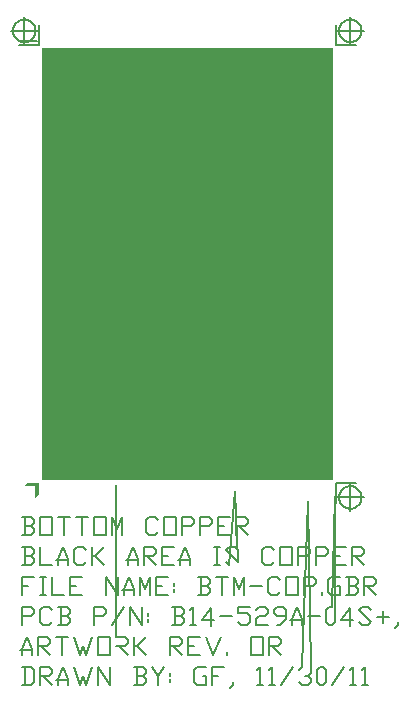
<source format=gbr>
G04 AutoGERB for AutoCAD 14/2000*
G04 RS274-X Output *
%FSLAX34Y34*%
%MOIN*%
%ADD12C,0.005000*%
%ADD13C,0.007000*%
%ADD14C,0.006667*%
%ADD15C,0.006250*%
%ADD16C,0.030000*%
%ADD17C,0.012488*%
%ADD18C,0.013000*%
%ADD19C,0.020000*%
%ADD20C,0.096000*%
G54D15*X10759Y15079D02*X10758Y15105D01*X10755Y15130*X10751Y15156*X10745Y15181*X10736Y15206*X10726Y15231*X10715Y15254*X10703Y15276*X10688Y15299*X10671Y15319*X10654Y15339*X10635Y15356*X10615Y15374*X10595Y15389*X10573Y15403*X10549Y15415*X10525Y15426*X10501Y15435*X10476Y15443*X10450Y15448*X10425Y15451*X10399Y15454*G54D15*X10384Y14704D02*X10410Y14705D01*X10436Y14708*X10461Y14711*X10488Y14718*X10511Y14726*X10536Y14736*X10560Y14748*X10583Y14760*X10604Y14775*X10624Y14791*X10644Y14809*X10661Y14828*X10679Y14846*X10694Y14868*X10708Y14890*X10720Y14913*X10731Y14936*X10740Y14961*X10748Y14986*X10753Y15011*X10756Y15038*X10759Y15064*G54D15*X10384Y15079D02*X10836Y15079D01*G54D15*X10009Y15079D02*X10010Y15053D01*X10013Y15026*X10018Y15001*X10024Y14975*X10031Y14951*X10041Y14926*X10053Y14903*X10065Y14880*X10080Y14859*X10096Y14838*X10114Y14819*X10133Y14800*X10153Y14784*X10174Y14769*X10195Y14755*X10219Y14743*X10243Y14731*X10266Y14723*X10291Y14715*X10318Y14710*X10343Y14706*X10369Y14704*G54D15*X10384Y15079D02*X10384Y14626D01*G54D15*X9900Y14600D02*X9900Y15271D01*G54D15*X9900Y14600D02*X10571Y14600D01*G54D15*X10384Y15454D02*X10358Y15453D01*X10331Y15450*X10306Y15445*X10281Y15439*X10256Y15431*X10231Y15421*X10209Y15410*X10186Y15398*X10164Y15383*X10144Y15366*X10124Y15349*X10106Y15330*X10089Y15310*X10074Y15289*X10060Y15268*X10048Y15244*X10036Y15220*X10028Y15196*X10020Y15171*X10015Y15145*X10011Y15120*X10009Y15094*G54D15*X10384Y15079D02*X9931Y15079D01*G54D15*X10384Y15079D02*X10384Y15531D01*G54D15*X-484Y15454D02*X-510Y15453D01*X-536Y15450*X-561Y15445*X-588Y15439*X-611Y15431*X-636Y15421*X-660Y15410*X-683Y15398*X-704Y15383*X-724Y15366*X-744Y15349*X-761Y15330*X-779Y15310*X-794Y15289*X-808Y15268*X-820Y15244*X-831Y15220*X-840Y15196*X-848Y15171*X-853Y15145*X-856Y15120*X-859Y15094*G54D15*X-859Y15079D02*X-858Y15053D01*X-855Y15026*X-851Y15001*X-845Y14975*X-836Y14951*X-826Y14926*X-815Y14903*X-803Y14880*X-788Y14859*X-771Y14838*X-754Y14819*X-735Y14800*X-715Y14784*X-695Y14769*X-673Y14755*X-649Y14743*X-625Y14731*X-60
1Y14723*X-576Y14715*X-550Y14710*X-525Y14706*X-499Y14704*G54D15*X-484Y15079D02*X-936Y15079D01*G54D15*X-484Y14704D02*X-458Y14705D01*X-431Y14708*X-406Y14711*X-381Y14718*X-356Y14726*X-331Y14736*X-309Y14748*X-286Y14760*X-264Y14775*X-244Y14791*X-224Y14809*X-206Y14828*X-189Y14846*X-174Y14868*X-160Y14890*X-148Y14913*X-136Y14936*X-128Y14961*X-120Y14986*X-115Y15011*X-111Y15038*X-109Y15064*G54D15*X-484Y15079D02*X-484Y14626D01*G54D15*X0Y14600D02*X0Y15271D01*G54D15*X0Y14600D02*X-671Y14600D01*G54D15*X-109Y15079D02*X-110Y15105D01*X-113Y15130*X-118Y15156*X-124Y15181*X-131Y15206*X-141Y15231*X-153Y15254*X-165Y15276*X-180Y15299*X-196Y15319*X-214Y15339*X-233Y15356*X-253Y15374*X-274Y15389*X-295Y15403*X-319Y15415*X-343Y15426*X-366Y15435*X-391Y15443*X-418Y15448*X-443Y15451*X-469Y15454*G54D15*X-484Y15079D02*X-31Y15079D01*G54D15*X-484Y15079D02*X-484Y15531D01*G54D15*X10384Y-104D02*X10358Y-105D01*X10331Y-108*X10306Y-111*X10281Y-118*X10256Y-126*X10231Y-136*X10209Y-148*X10186Y-160*X10164Y-175*X10144Y-191*X10124Y-209*X10106Y-228*X10089Y-246*X10074Y-268*X10060Y-290*X10048Y-313*X10036Y-336*X10028Y-361*X10020Y-386*X10015Y-411*X10011Y-438*X10009Y-464*G54D15*X10009Y-479D02*X10010Y-505D01*X10013Y-530*X10018Y-556*X10024Y-581*X10031Y-606*X10041Y-631*X10053Y-654*X10065Y-676*X10080Y-699*X10096Y-719*X10114Y-739*X10133Y-756*X10153Y-774*X10174Y-789*X10195Y-803*X10219Y-815*X10243Y-826*X10266Y-835*X10291Y-843*X10318Y-848*X10343Y-851*X10369Y-854*G54D15*X9900Y0D02*X10571Y0D01*G54D15*X10384Y-479D02*X9931Y-479D01*G54D15*X9900Y0D02*X9900Y-671D01*G54D15*X10384Y-854D02*X10410Y-853D01*X10436Y-850*X10461Y-845*X10488Y-839*X10511Y-831*X10536Y-821*X10560Y-810*X10583Y-798*X10604Y-783*X10624Y-766*X10644Y-749*X10661Y-730*X10679Y-710*X10694Y-689*X10708Y-668*X10720Y-644*X10731Y-620*X10740Y-596*X10748Y-571*X10753Y-545*X10756Y-520*X10759Y-494*G54D15*X10384Y-479D02*X10384Y-931D01*G54D15*X10759Y-479D02*X10758Y-453D01*X10755Y-426*X10751Y-401*X10745Y-375*X10736Y-351*X10726Y-326*X10715Y-303*X10703Y-280*X10688Y-259*X10671Y-238*X10654Y
-219*X10635Y-200*X10615Y-184*X10595Y-169*X10573Y-155*X10549Y-143*X10525Y-131*X10501Y-123*X10476Y-115*X10450Y-110*X10425Y-106*X10399Y-104*G54D15*X10384Y-479D02*X10836Y-479D01*G54D15*X10384Y-479D02*X10384Y-26D01*G36*X-390Y0D02*X-495Y-113D01*X-113Y-113*X-113Y-495*X0Y-390*X0Y0*X-390Y0*G37*G36*X100Y14500D02*X100Y100D01*X9800Y100*X9800Y14500*X100Y14500*G37*G54D13*X-558Y-4738D02*X-558Y-4138D01*X-258Y-4138*X-158Y-4239*X-159Y-4339*X-258Y-4439*X-558Y-4439*G54D13*X442Y-4638D02*X342Y-4738D01*X142Y-4738*X42Y-4638*X42Y-4238*X142Y-4138*X342Y-4138*X442Y-4238*G54D13*X642Y-4738D02*X942Y-4738D01*X1042Y-4638*X1042Y-4538*X941Y-4438*X742Y-4438*G54D13*X941Y-4438D02*X1042Y-4338D01*X1042Y-4238*X942Y-4138*X642Y-4138*G54D13*X742Y-4138D02*X742Y-4738D01*G54D13*X1842Y-4738D02*X1842Y-4138D01*X2142Y-4138*X2242Y-4239*X2242Y-4339*X2142Y-4439*X1842Y-4439*G54D13*X2442Y-4738D02*X2842Y-4138D01*G54D13*X3042Y-4738D02*X3042Y-4139D01*X3442Y-4738*X3442Y-4138*G54D13*X3642Y-4338D02*X3642Y-4439D01*G54D13*X3642Y-4538D02*X3642Y-4639D01*G54D13*X4442Y-4738D02*X4742Y-4738D01*X4842Y-4638*X4842Y-4538*X4742Y-4438*X4542Y-4438*G54D13*X4742Y-4438D02*X4842Y-4338D01*X4842Y-4238*X4742Y-4138*X4442Y-4138*G54D13*X4542Y-4138D02*X4542Y-4738D01*G54D13*X5042Y-4238D02*X5142Y-4138D01*X5142Y-4738*G54D13*X5042Y-4738D02*X5242Y-4738D01*G54D13*X5842Y-4573D02*X5442Y-4573D01*X5741Y-4173*X5742Y-4772*G54D13*X6042Y-4438D02*X6442Y-4438D01*G54D13*X6642Y-4639D02*X6742Y-4738D01*X6942Y-4738*X7042Y-4639*X7042Y-4439*X6942Y-4338*X6642Y-4338*X6642Y-4138*X7042Y-4138*G54D13*X7242Y-4239D02*X7342Y-4138D01*X7542Y-4138*X7642Y-4238*X7642Y-4338*X7542Y-4439*X7342Y-4439*X7242Y-4539*X7242Y-4738*X7642Y-4738*G54D13*X7942Y-4738D02*X8042Y-4738D01*X8242Y-4538*X8242Y-4238*X8142Y-4138*X7942Y-4138*X7842Y-4238*X7842Y-4338*X7941Y-4438*X8242Y-4438*G54D13*X8442Y-4738D02*X8442Y-4538D01*X8607Y-4138*X8773Y-4538*X8773Y-4738*G54D13*X8373Y-4573D02*X8773Y-4573D01*G54D13*X8973Y-4438D02*X9373Y-4438D01*G54D13*X9673Y-4738D02*X9573Y-4638D01*X9573Y-4238*X9673Y-4138*X9773Y-4138*X9873Y-423
8*X9873Y-4638*X9773Y-4738*X9673Y-4738*G54D13*X10473Y-4573D02*X10073Y-4573D01*X10373Y-4173*X10373Y-4772*G54D13*X10673Y-4638D02*X10773Y-4738D01*X10973Y-4738*X11073Y-4639*X10673Y-4238*X10773Y-4138*X10973Y-4138*X11073Y-4238*G54D13*X11473Y-4656D02*X11473Y-4256D01*G54D13*X11673Y-4456D02*X11273Y-4456D01*G54D13*X11973Y-4638D02*X11973Y-4738D01*X11873Y-4837*G54D13*X-558Y-1738D02*X-258Y-1738D01*X-158Y-1638*X-158Y-1538*X-258Y-1438*X-459Y-1438*G54D13*X-258Y-1438D02*X-158Y-1338D01*X-158Y-1238*X-258Y-1138*X-558Y-1138*G54D13*X-459Y-1138D02*X-458Y-1738D01*G54D13*X42Y-1738D02*X42Y-1138D01*X441Y-1138*X442Y-1738*X42Y-1738*G54D13*X642Y-1138D02*X1042Y-1138D01*G54D13*X842Y-1139D02*X842Y-1738D01*G54D13*X1242Y-1138D02*X1642Y-1139D01*G54D13*X1442Y-1138D02*X1442Y-1738D01*G54D13*X1842Y-1738D02*X1842Y-1138D01*X2242Y-1138*X2242Y-1738*X1842Y-1738*G54D13*X2442Y-1738D02*X2442Y-1138D01*X2607Y-1538*X2773Y-1138*X2773Y-1738*G54D13*X3973Y-1639D02*X3873Y-1738D01*X3673Y-1738*X3573Y-1639*X3573Y-1238*X3673Y-1138*X3873Y-1138*X3973Y-1238*G54D13*X4173Y-1738D02*X4173Y-1138D01*X4573Y-1138*X4573Y-1738*X4173Y-1738*G54D13*X4773Y-1738D02*X4773Y-1138D01*X5073Y-1138*X5173Y-1239*X5173Y-1339*X5073Y-1439*X4773Y-1439*G54D13*X5373Y-1738D02*X5373Y-1138D01*X5673Y-1138*X5773Y-1239*X5773Y-1339*X5673Y-1439*X5373Y-1439*G54D13*X5973Y-1738D02*X5973Y-1138D01*X6373Y-1138*G54D13*X5973Y-1439D02*X6173Y-1438D01*G54D13*X5973Y-1738D02*X6373Y-1738D01*G54D13*X6573Y-1738D02*X6573Y-1138D01*X6873Y-1138*X6973Y-1239*X6973Y-1339*X6873Y-1439*X6573Y-1439*G54D13*X6673Y-1439D02*X6973Y-1738D01*G54D13*X-558Y-5738D02*X-558Y-5538D01*X-393Y-5138*X-227Y-5539*X-227Y-5738*G54D13*X-626Y-5573D02*X-227Y-5573D01*G54D13*X-27Y-5738D02*X-27Y-5138D01*X273Y-5138*X373Y-5239*X373Y-5339*X273Y-5439*X-27Y-5439*G54D13*X73Y-5439D02*X373Y-5738D01*G54D13*X573Y-5138D02*X973Y-5138D01*G54D13*X773Y-5138D02*X773Y-5738D01*G54D13*X1173Y-5138D02*X1373Y-5738D01*X1473Y-5438*X1573Y-5738*X1773Y-5138*G54D13*X1973Y-5738D02*X1973Y-5138D01*X2373Y-5138*X2373Y-5738*X1973Y-5738*G54D13*X2573Y-57
38D02*X2573Y-5138D01*X2873Y-5138*X2973Y-5239*X2973Y-5339*X2873Y-5439*X2573Y-5439*G54D13*X2673Y-5439D02*X2973Y-5738D01*G54D13*X3173Y-5738D02*X3173Y-5138D01*G54D13*X3573Y-5138D02*X3273Y-5439D01*X3173Y-5439*G54D13*X3273Y-5439D02*X3573Y-5738D01*G54D13*X4373Y-5738D02*X4373Y-5138D01*X4673Y-5138*X4773Y-5239*X4773Y-5339*X4673Y-5439*X4373Y-5439*G54D13*X4473Y-5439D02*X4773Y-5738D01*G54D13*X4973Y-5738D02*X4973Y-5138D01*X5373Y-5138*G54D13*X4973Y-5438D02*X5173Y-5438D01*G54D13*X4973Y-5738D02*X5373Y-5738D01*G54D13*X5573Y-5138D02*X5821Y-5738D01*X6070Y-5138*G54D13*X6270Y-5738D02*X6270Y-5638D01*G54D13*X7070Y-5738D02*X7070Y-5138D01*X7470Y-5138*X7470Y-5738*X7070Y-5738*G54D13*X7670Y-5738D02*X7670Y-5138D01*X7970Y-5138*X8070Y-5239*X8070Y-5339*X7970Y-5439*X7670Y-5439*G54D13*X7770Y-5439D02*X8070Y-5738D01*G54D13*X-558Y-2738D02*X-258Y-2738D01*X-158Y-2638*X-158Y-2538*X-258Y-2438*X-459Y-2438*G54D13*X-258Y-2438D02*X-158Y-2338D01*X-158Y-2238*X-258Y-2138*X-558Y-2138*G54D13*X-459Y-2138D02*X-458Y-2738D01*G54D13*X42Y-2138D02*X42Y-2738D01*X442Y-2738*G54D13*X642Y-2738D02*X642Y-2538D01*X807Y-2138*X973Y-2538*X973Y-2738*G54D13*X573Y-2573D02*X973Y-2573D01*G54D13*X1573Y-2638D02*X1473Y-2738D01*X1273Y-2738*X1173Y-2638*X1173Y-2238*X1273Y-2138*X1473Y-2138*X1573Y-2238*G54D13*X1773Y-2738D02*X1773Y-2138D01*G54D13*X2173Y-2138D02*X1873Y-2439D01*X1773Y-2439*G54D13*X1873Y-2439D02*X2173Y-2738D01*G54D13*X2973Y-2738D02*X2973Y-2538D01*X3139Y-2138*X3304Y-2538*X3304Y-2738*G54D13*X2904Y-2573D02*X3304Y-2573D01*G54D13*X3504Y-2738D02*X3504Y-2138D01*X3804Y-2139*X3904Y-2239*X3904Y-2339*X3804Y-2439*X3504Y-2439*G54D13*X3604Y-2439D02*X3904Y-2738D01*G54D13*X4104Y-2738D02*X4104Y-2138D01*X4504Y-2138*G54D13*X4104Y-2438D02*X4304Y-2439D01*G54D13*X4104Y-2738D02*X4504Y-2738D01*G54D13*X4704Y-2738D02*X4704Y-2538D01*X4870Y-2138*X5036Y-2538*X5036Y-2738*G54D13*X4636Y-2573D02*X5036Y-2573D01*G54D13*X5836Y-2138D02*X6036Y-2138D01*G54D13*X5936Y-2138D02*X5936Y-2738D01*G54D13*X5836Y-2738D02*X6036Y-2738D01*G54D13*X6236Y-2638D02*X6336Y-2738D01*X6536Y-273
8*X6636Y-2638*X6236Y-2238*X6336Y-2138*X6536Y-2138*X6636Y-2238*G54D13*X7836Y-2638D02*X7736Y-2738D01*X7536Y-2738*X7436Y-2638*X7436Y-2239*X7536Y-2138*X7736Y-2138*X7836Y-2238*G54D13*X8036Y-2738D02*X8036Y-2138D01*X8436Y-2139*X8436Y-2738*X8036Y-2738*G54D13*X8636Y-2738D02*X8636Y-2138D01*X8936Y-2138*X9036Y-2239*X9036Y-2339*X8936Y-2439*X8636Y-2439*G54D13*X9236Y-2738D02*X9236Y-2138D01*X9536Y-2138*X9636Y-2239*X9636Y-2339*X9536Y-2439*X9236Y-2439*G54D13*X9836Y-2738D02*X9836Y-2138D01*X10236Y-2139*G54D13*X9836Y-2438D02*X10036Y-2438D01*G54D13*X9836Y-2738D02*X10236Y-2738D01*G54D13*X10436Y-2738D02*X10436Y-2138D01*X10736Y-2139*X10836Y-2239*X10836Y-2339*X10736Y-2439*X10436Y-2439*G54D13*X10536Y-2439D02*X10836Y-2738D01*G54D13*X-558Y-3738D02*X-558Y-3138D01*X-158Y-3138*G54D13*X-558Y-3438D02*X-358Y-3438D01*G54D13*X42Y-3138D02*X242Y-3138D01*G54D13*X142Y-3138D02*X142Y-3738D01*G54D13*X42Y-3738D02*X242Y-3738D01*G54D13*X441Y-3138D02*X442Y-3738D01*X842Y-3738*G54D13*X1042Y-3738D02*X1042Y-3138D01*X1442Y-3138*G54D13*X1042Y-3438D02*X1242Y-3439D01*G54D13*X1042Y-3738D02*X1442Y-3738D01*G54D13*X2242Y-3738D02*X2242Y-3138D01*X2642Y-3738*X2642Y-3138*G54D13*X2842Y-3738D02*X2842Y-3539D01*X3007Y-3138*X3173Y-3538*X3173Y-3738*G54D13*X2773Y-3573D02*X3173Y-3573D01*G54D13*X3373Y-3738D02*X3373Y-3138D01*X3539Y-3538*X3704Y-3138*X3704Y-3738*G54D13*X3904Y-3738D02*X3904Y-3138D01*X4304Y-3138*G54D13*X3904Y-3439D02*X4104Y-3438D01*G54D13*X3904Y-3738D02*X4304Y-3738D01*G54D13*X4504Y-3339D02*X4504Y-3438D01*G54D13*X4504Y-3538D02*X4504Y-3638D01*G54D13*X5304Y-3738D02*X5604Y-3738D01*X5704Y-3638*X5704Y-3538*X5604Y-3438*X5404Y-3438*G54D13*X5604Y-3438D02*X5704Y-3338D01*X5704Y-3238*X5604Y-3138*X5304Y-3138*G54D13*X5404Y-3138D02*X5404Y-3738D01*G54D13*X5904Y-3138D02*X6304Y-3138D01*G54D13*X6104Y-3138D02*X6104Y-3738D01*G54D13*X6504Y-3738D02*X6504Y-3138D01*X6670Y-3538*X6836Y-3138*X6836Y-3738*G54D13*X7036Y-3438D02*X7436Y-3438D01*G54D13*X8036Y-3639D02*X7936Y-3738D01*X7736Y-3738*X7636Y-3638*X7636Y-3238*X7736Y-3138*X7936Y-3138*X8036Y-3238*G54D13
*X8236Y-3738D02*X8236Y-3139D01*X8636Y-3138*X8636Y-3738*X8236Y-3738*G54D13*X8836Y-3738D02*X8836Y-3138D01*X9136Y-3138*X9236Y-3239*X9236Y-3339*X9136Y-3439*X8836Y-3439*G54D13*X9436Y-3738D02*X9436Y-3638D01*G54D13*X9936Y-3438D02*X10036Y-3438D01*X10036Y-3738*X9736Y-3738*X9636Y-3638*X9636Y-3238*X9736Y-3138*X10036Y-3138*G54D13*X10236Y-3738D02*X10536Y-3738D01*X10636Y-3638*X10636Y-3538*X10536Y-3438*X10336Y-3438*G54D13*X10536Y-3438D02*X10636Y-3338D01*X10636Y-3238*X10536Y-3138*X10236Y-3138*G54D13*X10336Y-3138D02*X10336Y-3738D01*G54D13*X10836Y-3738D02*X10836Y-3138D01*X11136Y-3138*X11236Y-3239*X11236Y-3339*X11136Y-3439*X10836Y-3439*G54D13*X10936Y-3439D02*X11236Y-3738D01*G54D13*X-558Y-6738D02*X-258Y-6738D01*X-158Y-6638*X-158Y-6238*X-259Y-6138*X-558Y-6138*G54D13*X-458Y-6138D02*X-458Y-6738D01*G54D13*X42Y-6738D02*X42Y-6138D01*X342Y-6138*X442Y-6239*X442Y-6339*X342Y-6439*X42Y-6439*G54D13*X142Y-6439D02*X442Y-6738D01*G54D13*X642Y-6738D02*X642Y-6538D01*X807Y-6138*X973Y-6538*X973Y-6738*G54D13*X573Y-6573D02*X973Y-6573D01*G54D13*X1173Y-6138D02*X1373Y-6738D01*X1473Y-6438*X1573Y-6738*X1773Y-6138*G54D13*X1973Y-6738D02*X1973Y-6138D01*X2373Y-6738*X2373Y-6138*G54D13*X3173Y-6738D02*X3473Y-6738D01*X3573Y-6638*X3573Y-6538*X3473Y-6438*X3273Y-6438*G54D13*X3473Y-6438D02*X3573Y-6338D01*X3573Y-6238*X3473Y-6138*X3173Y-6138*G54D13*X3273Y-6138D02*X3273Y-6738D01*G54D13*X3773Y-6138D02*X3973Y-6438D01*X3973Y-6738*G54D13*X3973Y-6438D02*X4173Y-6138D01*G54D13*X4373Y-6339D02*X4373Y-6438D01*G54D13*X4373Y-6538D02*X4373Y-6638D01*G54D13*X5473Y-6438D02*X5573Y-6438D01*X5573Y-6738*X5273Y-6738*X5173Y-6638*X5173Y-6238*X5273Y-6138*X5573Y-6138*G54D13*X5773Y-6738D02*X5773Y-6138D01*X6173Y-6138*G54D13*X5773Y-6438D02*X5973Y-6439D01*G54D13*X6473Y-6638D02*X6473Y-6738D01*X6373Y-6837*G54D13*X7273Y-6238D02*X7373Y-6138D01*X7373Y-6738*G54D13*X7273Y-6738D02*X7473Y-6738D01*G54D13*X7673Y-6238D02*X7773Y-6138D01*X7773Y-6738*G54D13*X7673Y-6738D02*X7873Y-6738D01*G54D13*X8073Y-6738D02*X8473Y-6138D01*G54D13*X8673Y-6238D02*X8773Y-6138D01*X8973Y-613
8*X9073Y-6238*X9073Y-6338*X8973Y-6439*X8873Y-6439*G54D13*X8973Y-6439D02*X9073Y-6539D01*X9073Y-6639*X8973Y-6738*X8773Y-6738*X8673Y-6639*G54D13*X9373Y-6738D02*X9273Y-6638D01*X9273Y-6238*X9373Y-6138*X9473Y-6138*X9573Y-6238*X9573Y-6638*X9473Y-6738*X9373Y-6738*G54D13*X9773Y-6738D02*X10173Y-6138D01*G54D13*X10373Y-6238D02*X10473Y-6138D01*X10473Y-6738*G54D13*X10373Y-6738D02*X10573Y-6738D01*G54D13*X10773Y-6238D02*X10873Y-6138D01*X10873Y-6738*G54D13*X10773Y-6738D02*X10973Y-6738D01*M02*

	THIS DOCUMENT AND ITS CONTENTS ARE OWNED BY, AND ARE
THE CONFIDENTIAL AND PROPRIETARY INFORMATION OF, MINI-CIRCUITS
("CONFIDENTIAL INFORMATION") AND MINI-CIRCUITS RESERVES ALL
DESIGN, USE, MANUFACTURING AND REPRODUCTION RIGHTS THERETO.
UNLESS OTHERWISE EXPRESSLY AGREED TO IN WRITING BY MINI-
CIRCUITS, THE CONFIDENTIAL INFROMATION WILL: (i) BE USED BY MINI-
CIRCUITS' VENDORS, VENDEES, OR THE UNITED STATES GOVERNMENT
("RECEIVING PARTY") SOLELY TO PROMOTE THE COMMERCIAL
RELATIONSHIP BETWEEN RECEIVING PARTY AND MINI-CIRCUITS
("PURPOSE") AND THEN ONLY TO THE EXTENT SPECIFIED BY MINI-
CIRCUITS; (ii) NOT BE USED FOR ANY OTHER PURPOSE AND NOT BE USED
IN ANY WAY DETRIMENTAL TO MINI-CIRCUITS OR TO COMPETE AGAINST
MINI-CIRCUITS; AND (iii) BE KEPT CONFIDENTIAL BY THE RECEIVING PARTY
AND RECEIVING PARTY AGREES NOT TO DISCLOSE THE CONFIDENTIAL
INFORMATION TO ANY THIRD PARTY.

</source>
